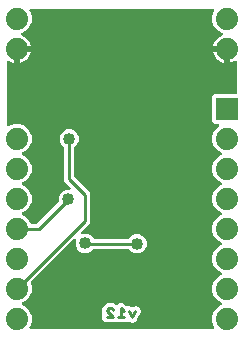
<source format=gbr>
G04 EAGLE Gerber RS-274X export*
G75*
%MOMM*%
%FSLAX34Y34*%
%LPD*%
%INBottom Copper*%
%IPPOS*%
%AMOC8*
5,1,8,0,0,1.08239X$1,22.5*%
G01*
%ADD10C,0.254000*%
%ADD11R,1.879600X1.879600*%
%ADD12C,1.879600*%
%ADD13C,1.016000*%

G36*
X178649Y4325D02*
X178649Y4325D01*
X178699Y4323D01*
X178806Y4345D01*
X178915Y4359D01*
X178961Y4377D01*
X179010Y4387D01*
X179109Y4435D01*
X179211Y4476D01*
X179251Y4505D01*
X179296Y4527D01*
X179380Y4598D01*
X179468Y4662D01*
X179500Y4701D01*
X179538Y4733D01*
X179601Y4823D01*
X179671Y4907D01*
X179692Y4952D01*
X179721Y4993D01*
X179760Y5096D01*
X179807Y5195D01*
X179816Y5244D01*
X179834Y5290D01*
X179846Y5400D01*
X179867Y5507D01*
X179863Y5557D01*
X179869Y5606D01*
X179854Y5715D01*
X179847Y5825D01*
X179831Y5872D01*
X179825Y5921D01*
X179772Y6074D01*
X178053Y10224D01*
X178053Y15176D01*
X179948Y19750D01*
X183450Y23252D01*
X185805Y24227D01*
X185925Y24296D01*
X186048Y24361D01*
X186063Y24375D01*
X186081Y24385D01*
X186181Y24482D01*
X186284Y24575D01*
X186295Y24592D01*
X186309Y24606D01*
X186382Y24725D01*
X186458Y24841D01*
X186465Y24860D01*
X186476Y24877D01*
X186516Y25010D01*
X186562Y25142D01*
X186563Y25162D01*
X186569Y25181D01*
X186576Y25320D01*
X186587Y25459D01*
X186583Y25479D01*
X186584Y25499D01*
X186556Y25635D01*
X186532Y25772D01*
X186524Y25791D01*
X186520Y25810D01*
X186459Y25936D01*
X186402Y26062D01*
X186389Y26078D01*
X186380Y26096D01*
X186290Y26202D01*
X186203Y26310D01*
X186187Y26323D01*
X186174Y26338D01*
X186060Y26418D01*
X185949Y26502D01*
X185924Y26514D01*
X185914Y26521D01*
X185895Y26528D01*
X185805Y26573D01*
X183450Y27548D01*
X179948Y31050D01*
X178053Y35624D01*
X178053Y40576D01*
X179948Y45150D01*
X183450Y48652D01*
X185805Y49627D01*
X185925Y49696D01*
X186048Y49761D01*
X186063Y49775D01*
X186081Y49785D01*
X186181Y49882D01*
X186284Y49975D01*
X186295Y49992D01*
X186309Y50006D01*
X186382Y50125D01*
X186458Y50241D01*
X186465Y50260D01*
X186476Y50277D01*
X186516Y50410D01*
X186562Y50542D01*
X186563Y50562D01*
X186569Y50581D01*
X186576Y50720D01*
X186587Y50859D01*
X186583Y50879D01*
X186584Y50899D01*
X186556Y51035D01*
X186532Y51172D01*
X186524Y51191D01*
X186520Y51210D01*
X186459Y51336D01*
X186402Y51462D01*
X186389Y51478D01*
X186380Y51496D01*
X186290Y51602D01*
X186203Y51710D01*
X186187Y51723D01*
X186174Y51738D01*
X186060Y51818D01*
X185949Y51902D01*
X185924Y51914D01*
X185914Y51921D01*
X185895Y51928D01*
X185805Y51973D01*
X183450Y52948D01*
X179948Y56450D01*
X178053Y61024D01*
X178053Y65976D01*
X179948Y70550D01*
X183450Y74052D01*
X185805Y75027D01*
X185925Y75096D01*
X186048Y75161D01*
X186063Y75175D01*
X186081Y75185D01*
X186181Y75282D01*
X186284Y75375D01*
X186295Y75392D01*
X186309Y75406D01*
X186382Y75525D01*
X186458Y75641D01*
X186465Y75660D01*
X186476Y75677D01*
X186516Y75810D01*
X186562Y75942D01*
X186563Y75962D01*
X186569Y75981D01*
X186576Y76120D01*
X186587Y76259D01*
X186583Y76279D01*
X186584Y76299D01*
X186556Y76435D01*
X186532Y76572D01*
X186524Y76591D01*
X186520Y76610D01*
X186459Y76736D01*
X186402Y76862D01*
X186389Y76878D01*
X186380Y76896D01*
X186290Y77002D01*
X186203Y77110D01*
X186187Y77123D01*
X186174Y77138D01*
X186060Y77218D01*
X185949Y77302D01*
X185924Y77314D01*
X185914Y77321D01*
X185895Y77328D01*
X185805Y77373D01*
X183450Y78348D01*
X179948Y81850D01*
X178053Y86424D01*
X178053Y91376D01*
X179948Y95950D01*
X183450Y99452D01*
X185805Y100427D01*
X185925Y100496D01*
X186048Y100561D01*
X186063Y100575D01*
X186081Y100585D01*
X186181Y100682D01*
X186284Y100775D01*
X186295Y100792D01*
X186309Y100806D01*
X186382Y100925D01*
X186458Y101041D01*
X186465Y101060D01*
X186476Y101077D01*
X186516Y101210D01*
X186562Y101342D01*
X186563Y101362D01*
X186569Y101381D01*
X186576Y101520D01*
X186587Y101659D01*
X186583Y101679D01*
X186584Y101699D01*
X186556Y101835D01*
X186532Y101972D01*
X186524Y101991D01*
X186520Y102010D01*
X186459Y102136D01*
X186402Y102262D01*
X186389Y102278D01*
X186380Y102296D01*
X186290Y102402D01*
X186203Y102510D01*
X186187Y102523D01*
X186174Y102538D01*
X186060Y102618D01*
X185949Y102702D01*
X185924Y102714D01*
X185914Y102721D01*
X185895Y102728D01*
X185805Y102773D01*
X183450Y103748D01*
X179948Y107250D01*
X178053Y111824D01*
X178053Y116776D01*
X179948Y121350D01*
X183450Y124852D01*
X185805Y125827D01*
X185925Y125896D01*
X186048Y125961D01*
X186063Y125975D01*
X186081Y125985D01*
X186181Y126082D01*
X186284Y126175D01*
X186295Y126192D01*
X186309Y126206D01*
X186382Y126325D01*
X186458Y126441D01*
X186465Y126460D01*
X186476Y126477D01*
X186516Y126610D01*
X186562Y126742D01*
X186563Y126762D01*
X186569Y126781D01*
X186576Y126920D01*
X186587Y127059D01*
X186583Y127079D01*
X186584Y127099D01*
X186556Y127235D01*
X186532Y127372D01*
X186524Y127391D01*
X186520Y127410D01*
X186459Y127536D01*
X186402Y127662D01*
X186389Y127678D01*
X186380Y127696D01*
X186290Y127802D01*
X186203Y127910D01*
X186187Y127923D01*
X186174Y127938D01*
X186060Y128018D01*
X185949Y128102D01*
X185924Y128114D01*
X185914Y128121D01*
X185895Y128128D01*
X185805Y128173D01*
X183450Y129148D01*
X179948Y132650D01*
X178053Y137224D01*
X178053Y142176D01*
X179948Y146750D01*
X183450Y150252D01*
X185805Y151227D01*
X185925Y151296D01*
X186048Y151361D01*
X186063Y151375D01*
X186081Y151385D01*
X186181Y151482D01*
X186284Y151575D01*
X186295Y151592D01*
X186309Y151606D01*
X186382Y151725D01*
X186458Y151841D01*
X186465Y151860D01*
X186476Y151877D01*
X186516Y152010D01*
X186562Y152142D01*
X186563Y152162D01*
X186569Y152181D01*
X186576Y152320D01*
X186587Y152459D01*
X186583Y152479D01*
X186584Y152499D01*
X186556Y152635D01*
X186532Y152772D01*
X186524Y152791D01*
X186520Y152810D01*
X186459Y152936D01*
X186402Y153062D01*
X186389Y153078D01*
X186380Y153096D01*
X186290Y153202D01*
X186203Y153310D01*
X186187Y153323D01*
X186174Y153338D01*
X186060Y153418D01*
X185949Y153502D01*
X185924Y153514D01*
X185914Y153521D01*
X185895Y153528D01*
X185805Y153573D01*
X183450Y154548D01*
X179948Y158050D01*
X178053Y162624D01*
X178053Y167576D01*
X179948Y172150D01*
X183464Y175666D01*
X183477Y175672D01*
X183550Y175724D01*
X183628Y175769D01*
X183678Y175817D01*
X183735Y175858D01*
X183792Y175928D01*
X183856Y175990D01*
X183893Y176050D01*
X183938Y176103D01*
X183976Y176185D01*
X184023Y176261D01*
X184043Y176328D01*
X184073Y176391D01*
X184090Y176479D01*
X184116Y176565D01*
X184120Y176635D01*
X184133Y176704D01*
X184127Y176793D01*
X184132Y176883D01*
X184117Y176951D01*
X184113Y177021D01*
X184085Y177106D01*
X184067Y177194D01*
X184037Y177257D01*
X184015Y177323D01*
X183967Y177399D01*
X183928Y177480D01*
X183882Y177533D01*
X183845Y177592D01*
X183780Y177654D01*
X183721Y177722D01*
X183664Y177762D01*
X183613Y177810D01*
X183535Y177853D01*
X183461Y177905D01*
X183396Y177930D01*
X183335Y177964D01*
X183248Y177986D01*
X183164Y178018D01*
X183094Y178026D01*
X183027Y178043D01*
X182866Y178053D01*
X179839Y178053D01*
X178053Y179839D01*
X178053Y201161D01*
X179839Y202947D01*
X197612Y202947D01*
X197730Y202962D01*
X197849Y202969D01*
X197887Y202982D01*
X197928Y202987D01*
X198038Y203030D01*
X198151Y203067D01*
X198186Y203089D01*
X198223Y203104D01*
X198319Y203173D01*
X198420Y203237D01*
X198448Y203267D01*
X198481Y203290D01*
X198557Y203382D01*
X198638Y203469D01*
X198658Y203504D01*
X198683Y203535D01*
X198734Y203643D01*
X198792Y203747D01*
X198802Y203787D01*
X198819Y203823D01*
X198841Y203940D01*
X198871Y204055D01*
X198875Y204115D01*
X198879Y204135D01*
X198877Y204156D01*
X198881Y204216D01*
X198881Y230141D01*
X198876Y230181D01*
X198879Y230221D01*
X198856Y230338D01*
X198841Y230457D01*
X198827Y230494D01*
X198819Y230533D01*
X198768Y230641D01*
X198724Y230752D01*
X198701Y230785D01*
X198684Y230821D01*
X198608Y230913D01*
X198538Y231010D01*
X198507Y231035D01*
X198481Y231066D01*
X198385Y231136D01*
X198293Y231213D01*
X198256Y231230D01*
X198224Y231253D01*
X198113Y231297D01*
X198005Y231348D01*
X197966Y231356D01*
X197929Y231370D01*
X197810Y231385D01*
X197693Y231408D01*
X197653Y231405D01*
X197613Y231410D01*
X197494Y231396D01*
X197375Y231388D01*
X197337Y231376D01*
X197298Y231371D01*
X197186Y231327D01*
X197073Y231290D01*
X197039Y231269D01*
X197002Y231254D01*
X196866Y231168D01*
X196757Y231089D01*
X195083Y230236D01*
X193296Y229655D01*
X193039Y229615D01*
X193039Y240030D01*
X193024Y240148D01*
X193017Y240267D01*
X193004Y240305D01*
X192999Y240345D01*
X192956Y240456D01*
X192919Y240569D01*
X192897Y240603D01*
X192882Y240641D01*
X192812Y240737D01*
X192749Y240838D01*
X192719Y240866D01*
X192695Y240898D01*
X192604Y240974D01*
X192517Y241056D01*
X192482Y241075D01*
X192451Y241101D01*
X192343Y241152D01*
X192239Y241209D01*
X192199Y241220D01*
X192163Y241237D01*
X192046Y241259D01*
X191931Y241289D01*
X191870Y241293D01*
X191850Y241297D01*
X191830Y241295D01*
X191770Y241299D01*
X190499Y241299D01*
X190499Y242570D01*
X190484Y242688D01*
X190477Y242807D01*
X190464Y242845D01*
X190459Y242885D01*
X190415Y242996D01*
X190379Y243109D01*
X190357Y243144D01*
X190342Y243181D01*
X190272Y243277D01*
X190209Y243378D01*
X190179Y243406D01*
X190155Y243439D01*
X190064Y243514D01*
X189977Y243596D01*
X189942Y243616D01*
X189910Y243641D01*
X189803Y243692D01*
X189698Y243750D01*
X189659Y243760D01*
X189623Y243777D01*
X189506Y243799D01*
X189391Y243829D01*
X189330Y243833D01*
X189310Y243837D01*
X189290Y243835D01*
X189230Y243839D01*
X178815Y243839D01*
X178855Y244096D01*
X179436Y245883D01*
X180289Y247557D01*
X181394Y249078D01*
X182722Y250406D01*
X184243Y251511D01*
X185917Y252364D01*
X186382Y252515D01*
X186409Y252528D01*
X186438Y252535D01*
X186553Y252595D01*
X186670Y252650D01*
X186693Y252669D01*
X186719Y252683D01*
X186815Y252771D01*
X186915Y252853D01*
X186932Y252877D01*
X186954Y252897D01*
X187026Y253006D01*
X187102Y253110D01*
X187113Y253138D01*
X187129Y253163D01*
X187171Y253286D01*
X187219Y253406D01*
X187223Y253436D01*
X187232Y253464D01*
X187243Y253593D01*
X187259Y253721D01*
X187255Y253751D01*
X187258Y253781D01*
X187235Y253909D01*
X187219Y254037D01*
X187208Y254065D01*
X187203Y254094D01*
X187150Y254212D01*
X187102Y254333D01*
X187085Y254357D01*
X187073Y254384D01*
X186992Y254485D01*
X186916Y254590D01*
X186893Y254609D01*
X186874Y254633D01*
X186771Y254710D01*
X186671Y254793D01*
X186644Y254806D01*
X186620Y254824D01*
X186475Y254895D01*
X183450Y256148D01*
X179948Y259650D01*
X178053Y264224D01*
X178053Y269176D01*
X179772Y273326D01*
X179786Y273374D01*
X179807Y273419D01*
X179827Y273527D01*
X179856Y273633D01*
X179857Y273683D01*
X179867Y273732D01*
X179860Y273841D01*
X179861Y273951D01*
X179850Y273999D01*
X179847Y274049D01*
X179813Y274153D01*
X179787Y274260D01*
X179764Y274304D01*
X179749Y274351D01*
X179690Y274444D01*
X179639Y274541D01*
X179605Y274578D01*
X179579Y274620D01*
X179498Y274695D01*
X179425Y274777D01*
X179383Y274804D01*
X179347Y274838D01*
X179251Y274891D01*
X179159Y274951D01*
X179112Y274968D01*
X179068Y274992D01*
X178962Y275019D01*
X178858Y275055D01*
X178809Y275059D01*
X178761Y275071D01*
X178600Y275081D01*
X24600Y275081D01*
X24551Y275075D01*
X24501Y275077D01*
X24394Y275055D01*
X24285Y275041D01*
X24239Y275023D01*
X24190Y275013D01*
X24091Y274965D01*
X23989Y274924D01*
X23949Y274895D01*
X23904Y274873D01*
X23820Y274802D01*
X23732Y274738D01*
X23700Y274699D01*
X23662Y274667D01*
X23599Y274577D01*
X23529Y274493D01*
X23508Y274448D01*
X23479Y274407D01*
X23440Y274304D01*
X23393Y274205D01*
X23384Y274156D01*
X23366Y274110D01*
X23354Y274000D01*
X23333Y273893D01*
X23337Y273843D01*
X23331Y273794D01*
X23346Y273685D01*
X23353Y273575D01*
X23369Y273528D01*
X23375Y273479D01*
X23428Y273326D01*
X25147Y269176D01*
X25147Y264224D01*
X23252Y259650D01*
X19750Y256148D01*
X16725Y254895D01*
X16699Y254880D01*
X16670Y254871D01*
X16561Y254801D01*
X16448Y254737D01*
X16427Y254716D01*
X16402Y254700D01*
X16313Y254606D01*
X16220Y254516D01*
X16204Y254490D01*
X16184Y254469D01*
X16121Y254355D01*
X16054Y254245D01*
X16045Y254216D01*
X16031Y254190D01*
X15998Y254065D01*
X15960Y253941D01*
X15959Y253911D01*
X15951Y253882D01*
X15951Y253752D01*
X15945Y253623D01*
X15951Y253594D01*
X15951Y253564D01*
X15983Y253439D01*
X16009Y253312D01*
X16022Y253285D01*
X16030Y253256D01*
X16092Y253143D01*
X16149Y253026D01*
X16168Y253003D01*
X16183Y252977D01*
X16271Y252883D01*
X16355Y252784D01*
X16380Y252767D01*
X16400Y252745D01*
X16509Y252676D01*
X16615Y252601D01*
X16643Y252590D01*
X16669Y252574D01*
X16818Y252515D01*
X17283Y252364D01*
X18957Y251511D01*
X20478Y250406D01*
X21806Y249078D01*
X22911Y247557D01*
X23764Y245883D01*
X24345Y244096D01*
X24385Y243839D01*
X13970Y243839D01*
X13852Y243824D01*
X13733Y243817D01*
X13695Y243804D01*
X13655Y243799D01*
X13544Y243756D01*
X13431Y243719D01*
X13397Y243697D01*
X13359Y243682D01*
X13263Y243612D01*
X13162Y243549D01*
X13134Y243519D01*
X13102Y243495D01*
X13026Y243404D01*
X12944Y243317D01*
X12925Y243282D01*
X12899Y243251D01*
X12848Y243143D01*
X12791Y243039D01*
X12780Y242999D01*
X12763Y242963D01*
X12741Y242846D01*
X12711Y242731D01*
X12707Y242670D01*
X12703Y242650D01*
X12705Y242630D01*
X12701Y242570D01*
X12701Y241299D01*
X11430Y241299D01*
X11312Y241284D01*
X11193Y241277D01*
X11155Y241264D01*
X11114Y241259D01*
X11004Y241215D01*
X10891Y241179D01*
X10856Y241157D01*
X10819Y241142D01*
X10723Y241072D01*
X10622Y241009D01*
X10594Y240979D01*
X10561Y240955D01*
X10486Y240864D01*
X10404Y240777D01*
X10384Y240742D01*
X10359Y240710D01*
X10308Y240603D01*
X10250Y240498D01*
X10240Y240459D01*
X10223Y240423D01*
X10201Y240306D01*
X10171Y240191D01*
X10167Y240130D01*
X10163Y240110D01*
X10165Y240090D01*
X10161Y240030D01*
X10161Y229615D01*
X9904Y229655D01*
X8117Y230236D01*
X6443Y231089D01*
X6334Y231168D01*
X6299Y231187D01*
X6269Y231213D01*
X6160Y231264D01*
X6056Y231321D01*
X6017Y231331D01*
X5981Y231348D01*
X5864Y231371D01*
X5747Y231400D01*
X5708Y231400D01*
X5668Y231408D01*
X5549Y231400D01*
X5429Y231401D01*
X5391Y231391D01*
X5351Y231388D01*
X5237Y231351D01*
X5121Y231322D01*
X5086Y231302D01*
X5049Y231290D01*
X4948Y231226D01*
X4843Y231169D01*
X4814Y231141D01*
X4780Y231120D01*
X4698Y231033D01*
X4611Y230951D01*
X4589Y230917D01*
X4562Y230888D01*
X4504Y230784D01*
X4440Y230683D01*
X4428Y230645D01*
X4408Y230610D01*
X4379Y230494D01*
X4341Y230380D01*
X4339Y230340D01*
X4329Y230302D01*
X4319Y230141D01*
X4319Y177000D01*
X4325Y176951D01*
X4323Y176901D01*
X4345Y176794D01*
X4359Y176685D01*
X4377Y176639D01*
X4387Y176590D01*
X4435Y176491D01*
X4476Y176389D01*
X4505Y176349D01*
X4527Y176304D01*
X4598Y176220D01*
X4662Y176132D01*
X4701Y176100D01*
X4733Y176062D01*
X4823Y175999D01*
X4907Y175929D01*
X4952Y175908D01*
X4993Y175879D01*
X5096Y175840D01*
X5195Y175793D01*
X5244Y175784D01*
X5290Y175766D01*
X5400Y175754D01*
X5507Y175733D01*
X5557Y175737D01*
X5606Y175731D01*
X5715Y175746D01*
X5825Y175753D01*
X5872Y175769D01*
X5921Y175775D01*
X6074Y175828D01*
X10224Y177547D01*
X15176Y177547D01*
X19750Y175652D01*
X23252Y172150D01*
X25147Y167576D01*
X25147Y162624D01*
X23252Y158050D01*
X19750Y154548D01*
X17395Y153573D01*
X17275Y153504D01*
X17152Y153439D01*
X17137Y153425D01*
X17119Y153415D01*
X17019Y153318D01*
X16916Y153225D01*
X16905Y153208D01*
X16891Y153194D01*
X16818Y153076D01*
X16742Y152959D01*
X16735Y152940D01*
X16724Y152923D01*
X16684Y152790D01*
X16638Y152658D01*
X16637Y152638D01*
X16631Y152619D01*
X16624Y152480D01*
X16613Y152341D01*
X16617Y152321D01*
X16616Y152301D01*
X16644Y152165D01*
X16668Y152028D01*
X16676Y152009D01*
X16680Y151990D01*
X16741Y151865D01*
X16798Y151738D01*
X16811Y151722D01*
X16820Y151704D01*
X16910Y151598D01*
X16997Y151490D01*
X17013Y151477D01*
X17026Y151462D01*
X17140Y151382D01*
X17251Y151298D01*
X17276Y151286D01*
X17286Y151279D01*
X17305Y151272D01*
X17395Y151227D01*
X19750Y150252D01*
X23252Y146750D01*
X25147Y142176D01*
X25147Y137224D01*
X23252Y132650D01*
X19750Y129148D01*
X17395Y128173D01*
X17275Y128104D01*
X17152Y128039D01*
X17137Y128025D01*
X17119Y128015D01*
X17019Y127918D01*
X16916Y127825D01*
X16905Y127808D01*
X16891Y127794D01*
X16818Y127676D01*
X16742Y127559D01*
X16735Y127540D01*
X16724Y127523D01*
X16684Y127390D01*
X16638Y127258D01*
X16637Y127238D01*
X16631Y127219D01*
X16624Y127080D01*
X16613Y126941D01*
X16617Y126921D01*
X16616Y126901D01*
X16644Y126765D01*
X16668Y126628D01*
X16676Y126609D01*
X16680Y126590D01*
X16741Y126465D01*
X16798Y126338D01*
X16811Y126322D01*
X16820Y126304D01*
X16910Y126198D01*
X16997Y126090D01*
X17013Y126077D01*
X17026Y126062D01*
X17140Y125982D01*
X17251Y125898D01*
X17276Y125886D01*
X17286Y125879D01*
X17305Y125872D01*
X17395Y125827D01*
X19750Y124852D01*
X23252Y121350D01*
X25147Y116776D01*
X25147Y111824D01*
X23252Y107250D01*
X19750Y103748D01*
X17395Y102773D01*
X17275Y102704D01*
X17152Y102639D01*
X17137Y102625D01*
X17119Y102615D01*
X17019Y102518D01*
X16916Y102425D01*
X16905Y102408D01*
X16891Y102394D01*
X16818Y102276D01*
X16742Y102159D01*
X16735Y102140D01*
X16724Y102123D01*
X16684Y101990D01*
X16638Y101858D01*
X16637Y101838D01*
X16631Y101819D01*
X16624Y101680D01*
X16613Y101541D01*
X16617Y101521D01*
X16616Y101501D01*
X16644Y101365D01*
X16668Y101228D01*
X16676Y101209D01*
X16680Y101190D01*
X16741Y101065D01*
X16798Y100938D01*
X16811Y100922D01*
X16820Y100904D01*
X16910Y100798D01*
X16997Y100690D01*
X17013Y100677D01*
X17026Y100662D01*
X17140Y100582D01*
X17251Y100498D01*
X17276Y100486D01*
X17286Y100479D01*
X17305Y100472D01*
X17395Y100427D01*
X19750Y99452D01*
X23252Y95950D01*
X24048Y94028D01*
X24063Y94002D01*
X24072Y93974D01*
X24141Y93864D01*
X24206Y93751D01*
X24226Y93730D01*
X24242Y93705D01*
X24337Y93616D01*
X24427Y93523D01*
X24452Y93508D01*
X24474Y93487D01*
X24588Y93425D01*
X24698Y93357D01*
X24726Y93348D01*
X24752Y93334D01*
X24878Y93301D01*
X25002Y93263D01*
X25032Y93262D01*
X25060Y93254D01*
X25221Y93244D01*
X29308Y93244D01*
X29407Y93257D01*
X29506Y93260D01*
X29564Y93276D01*
X29624Y93284D01*
X29716Y93320D01*
X29811Y93348D01*
X29863Y93379D01*
X29920Y93401D01*
X30000Y93459D01*
X30085Y93509D01*
X30160Y93576D01*
X30177Y93588D01*
X30185Y93597D01*
X30206Y93616D01*
X47811Y111221D01*
X47872Y111300D01*
X47940Y111372D01*
X47969Y111425D01*
X48006Y111473D01*
X48046Y111564D01*
X48093Y111650D01*
X48109Y111709D01*
X48133Y111764D01*
X48148Y111862D01*
X48173Y111958D01*
X48179Y112058D01*
X48182Y112079D01*
X48181Y112091D01*
X48183Y112119D01*
X48183Y115358D01*
X49421Y118346D01*
X51707Y120632D01*
X54695Y121870D01*
X56994Y121870D01*
X57132Y121887D01*
X57271Y121900D01*
X57290Y121907D01*
X57310Y121910D01*
X57439Y121961D01*
X57570Y122008D01*
X57587Y122019D01*
X57606Y122027D01*
X57718Y122108D01*
X57833Y122187D01*
X57847Y122202D01*
X57863Y122214D01*
X57952Y122321D01*
X58044Y122425D01*
X58053Y122443D01*
X58066Y122459D01*
X58125Y122584D01*
X58188Y122708D01*
X58193Y122728D01*
X58201Y122746D01*
X58227Y122883D01*
X58258Y123019D01*
X58257Y123039D01*
X58261Y123059D01*
X58252Y123197D01*
X58248Y123336D01*
X58243Y123356D01*
X58241Y123376D01*
X58199Y123508D01*
X58160Y123642D01*
X58150Y123659D01*
X58143Y123679D01*
X58069Y123796D01*
X57998Y123916D01*
X57980Y123937D01*
X57973Y123947D01*
X57958Y123961D01*
X57892Y124037D01*
X52603Y129326D01*
X52603Y157219D01*
X52590Y157318D01*
X52587Y157417D01*
X52570Y157475D01*
X52563Y157535D01*
X52526Y157627D01*
X52499Y157722D01*
X52468Y157774D01*
X52446Y157831D01*
X52388Y157911D01*
X52337Y157996D01*
X52271Y158071D01*
X52259Y158088D01*
X52250Y158096D01*
X52231Y158117D01*
X50030Y160318D01*
X48793Y163305D01*
X48793Y166539D01*
X50030Y169527D01*
X52317Y171813D01*
X55304Y173051D01*
X58538Y173051D01*
X61526Y171813D01*
X63813Y169527D01*
X65050Y166539D01*
X65050Y163305D01*
X63813Y160318D01*
X61612Y158117D01*
X61551Y158039D01*
X61483Y157967D01*
X61454Y157914D01*
X61417Y157866D01*
X61378Y157775D01*
X61330Y157688D01*
X61315Y157629D01*
X61291Y157574D01*
X61275Y157476D01*
X61250Y157380D01*
X61244Y157280D01*
X61241Y157260D01*
X61242Y157247D01*
X61240Y157219D01*
X61240Y133429D01*
X61253Y133331D01*
X61256Y133232D01*
X61272Y133174D01*
X61280Y133114D01*
X61316Y133022D01*
X61344Y132927D01*
X61375Y132875D01*
X61397Y132818D01*
X61455Y132738D01*
X61505Y132653D01*
X61572Y132577D01*
X61584Y132561D01*
X61593Y132553D01*
X61612Y132532D01*
X74499Y119645D01*
X74499Y93791D01*
X67295Y86587D01*
X67252Y86532D01*
X67202Y86483D01*
X67155Y86407D01*
X67100Y86336D01*
X67072Y86272D01*
X67036Y86212D01*
X67009Y86127D01*
X66973Y86044D01*
X66963Y85975D01*
X66942Y85908D01*
X66938Y85819D01*
X66924Y85730D01*
X66930Y85660D01*
X66927Y85591D01*
X66945Y85503D01*
X66953Y85413D01*
X66977Y85348D01*
X66991Y85279D01*
X67031Y85199D01*
X67061Y85114D01*
X67100Y85056D01*
X67131Y84994D01*
X67189Y84925D01*
X67240Y84851D01*
X67292Y84805D01*
X67337Y84752D01*
X67411Y84700D01*
X67478Y84640D01*
X67540Y84609D01*
X67597Y84569D01*
X67681Y84537D01*
X67761Y84496D01*
X67829Y84481D01*
X67895Y84456D01*
X67984Y84446D01*
X68072Y84426D01*
X68141Y84428D01*
X68211Y84421D01*
X68300Y84433D01*
X68389Y84436D01*
X68457Y84455D01*
X68526Y84465D01*
X68678Y84517D01*
X69021Y84659D01*
X72254Y84659D01*
X75242Y83421D01*
X77589Y81074D01*
X77617Y81026D01*
X77637Y81005D01*
X77653Y80980D01*
X77748Y80891D01*
X77838Y80798D01*
X77863Y80782D01*
X77885Y80762D01*
X77998Y80699D01*
X78109Y80631D01*
X78137Y80623D01*
X78163Y80608D01*
X78289Y80576D01*
X78413Y80538D01*
X78443Y80536D01*
X78471Y80529D01*
X78632Y80519D01*
X106597Y80519D01*
X106695Y80531D01*
X106794Y80534D01*
X106853Y80551D01*
X106913Y80559D01*
X107005Y80595D01*
X107100Y80623D01*
X107152Y80653D01*
X107208Y80676D01*
X107288Y80734D01*
X107374Y80784D01*
X107449Y80850D01*
X107466Y80862D01*
X107474Y80872D01*
X107495Y80890D01*
X109695Y83091D01*
X112683Y84329D01*
X115917Y84329D01*
X118905Y83091D01*
X121191Y80805D01*
X122429Y77817D01*
X122429Y74583D01*
X121191Y71595D01*
X118905Y69309D01*
X115917Y68071D01*
X112683Y68071D01*
X109695Y69309D01*
X107495Y71510D01*
X107416Y71570D01*
X107344Y71638D01*
X107291Y71667D01*
X107243Y71704D01*
X107152Y71744D01*
X107066Y71792D01*
X107007Y71807D01*
X106952Y71831D01*
X106854Y71846D01*
X106758Y71871D01*
X106658Y71877D01*
X106637Y71881D01*
X106625Y71879D01*
X106597Y71881D01*
X78010Y71881D01*
X77912Y71869D01*
X77813Y71866D01*
X77755Y71849D01*
X77694Y71841D01*
X77602Y71805D01*
X77507Y71777D01*
X77455Y71747D01*
X77399Y71724D01*
X77319Y71666D01*
X77233Y71616D01*
X77158Y71550D01*
X77141Y71538D01*
X77134Y71528D01*
X77113Y71510D01*
X75242Y69639D01*
X72254Y68401D01*
X69020Y68401D01*
X66033Y69639D01*
X63746Y71926D01*
X62509Y74913D01*
X62509Y78147D01*
X62651Y78490D01*
X62669Y78557D01*
X62697Y78621D01*
X62711Y78710D01*
X62734Y78796D01*
X62736Y78866D01*
X62747Y78935D01*
X62738Y79025D01*
X62740Y79114D01*
X62723Y79182D01*
X62717Y79252D01*
X62686Y79336D01*
X62665Y79424D01*
X62633Y79485D01*
X62609Y79551D01*
X62559Y79625D01*
X62517Y79705D01*
X62470Y79756D01*
X62431Y79814D01*
X62363Y79874D01*
X62303Y79940D01*
X62244Y79978D01*
X62192Y80025D01*
X62112Y80065D01*
X62037Y80115D01*
X61971Y80137D01*
X61909Y80169D01*
X61821Y80189D01*
X61736Y80218D01*
X61667Y80224D01*
X61599Y80239D01*
X61509Y80236D01*
X61419Y80243D01*
X61350Y80231D01*
X61281Y80229D01*
X61194Y80204D01*
X61106Y80189D01*
X61042Y80160D01*
X60975Y80141D01*
X60898Y80095D01*
X60816Y80058D01*
X60761Y80015D01*
X60701Y79979D01*
X60580Y79873D01*
X24615Y43907D01*
X24597Y43884D01*
X24574Y43865D01*
X24499Y43759D01*
X24420Y43656D01*
X24408Y43629D01*
X24391Y43605D01*
X24345Y43483D01*
X24294Y43364D01*
X24289Y43335D01*
X24279Y43307D01*
X24264Y43178D01*
X24244Y43050D01*
X24247Y43021D01*
X24243Y42991D01*
X24261Y42863D01*
X24274Y42733D01*
X24284Y42706D01*
X24288Y42676D01*
X24340Y42524D01*
X25147Y40576D01*
X25147Y35624D01*
X23252Y31050D01*
X19750Y27548D01*
X17395Y26573D01*
X17275Y26504D01*
X17152Y26439D01*
X17137Y26425D01*
X17119Y26415D01*
X17019Y26318D01*
X16916Y26225D01*
X16905Y26208D01*
X16891Y26194D01*
X16818Y26076D01*
X16742Y25959D01*
X16735Y25940D01*
X16724Y25923D01*
X16684Y25790D01*
X16638Y25658D01*
X16637Y25638D01*
X16631Y25619D01*
X16624Y25480D01*
X16613Y25341D01*
X16617Y25321D01*
X16616Y25301D01*
X16644Y25165D01*
X16668Y25028D01*
X16676Y25009D01*
X16680Y24990D01*
X16741Y24865D01*
X16798Y24738D01*
X16811Y24722D01*
X16820Y24704D01*
X16910Y24598D01*
X16997Y24490D01*
X17013Y24477D01*
X17026Y24462D01*
X17140Y24382D01*
X17251Y24298D01*
X17276Y24286D01*
X17286Y24279D01*
X17305Y24272D01*
X17395Y24227D01*
X19750Y23252D01*
X23252Y19750D01*
X25147Y15176D01*
X25147Y10224D01*
X23428Y6074D01*
X23414Y6026D01*
X23393Y5981D01*
X23373Y5873D01*
X23344Y5767D01*
X23343Y5717D01*
X23333Y5668D01*
X23340Y5559D01*
X23339Y5449D01*
X23350Y5401D01*
X23353Y5351D01*
X23387Y5247D01*
X23413Y5140D01*
X23436Y5096D01*
X23451Y5049D01*
X23510Y4956D01*
X23561Y4859D01*
X23595Y4822D01*
X23621Y4780D01*
X23702Y4705D01*
X23775Y4623D01*
X23817Y4596D01*
X23853Y4562D01*
X23949Y4509D01*
X24041Y4449D01*
X24088Y4432D01*
X24132Y4408D01*
X24238Y4381D01*
X24342Y4345D01*
X24391Y4341D01*
X24439Y4329D01*
X24600Y4319D01*
X178600Y4319D01*
X178649Y4325D01*
G37*
%LPC*%
G36*
X110724Y9317D02*
X110724Y9317D01*
X110577Y9346D01*
X110568Y9345D01*
X110559Y9347D01*
X110411Y9337D01*
X110260Y9328D01*
X110251Y9326D01*
X110242Y9325D01*
X110163Y9304D01*
X108912Y9930D01*
X108903Y9933D01*
X108895Y9938D01*
X108745Y9998D01*
X107289Y10484D01*
X107147Y10512D01*
X107008Y10543D01*
X106992Y10543D01*
X106977Y10546D01*
X106834Y10538D01*
X106690Y10534D01*
X106675Y10529D01*
X106659Y10529D01*
X106523Y10485D01*
X106385Y10445D01*
X106371Y10437D01*
X106356Y10433D01*
X106234Y10357D01*
X106111Y10284D01*
X106094Y10270D01*
X106086Y10264D01*
X106073Y10251D01*
X105990Y10177D01*
X105464Y9651D01*
X87446Y9651D01*
X84917Y12181D01*
X84917Y15789D01*
X84924Y15798D01*
X84942Y15834D01*
X84967Y15866D01*
X85015Y15975D01*
X85069Y16081D01*
X85078Y16121D01*
X85094Y16158D01*
X85112Y16275D01*
X85138Y16392D01*
X85137Y16432D01*
X85143Y16472D01*
X85132Y16590D01*
X85129Y16709D01*
X85117Y16748D01*
X85114Y16788D01*
X85073Y16901D01*
X85040Y17015D01*
X85020Y17050D01*
X85006Y17088D01*
X84939Y17186D01*
X84917Y17225D01*
X84917Y22114D01*
X88717Y25915D01*
X90734Y25915D01*
X93072Y25915D01*
X94837Y25915D01*
X95618Y25134D01*
X96193Y24560D01*
X96287Y24486D01*
X96376Y24408D01*
X96412Y24389D01*
X96444Y24365D01*
X96554Y24317D01*
X96660Y24263D01*
X96699Y24254D01*
X96736Y24238D01*
X96854Y24220D01*
X96970Y24194D01*
X97010Y24195D01*
X97050Y24188D01*
X97169Y24200D01*
X97288Y24203D01*
X97327Y24214D01*
X97367Y24218D01*
X97479Y24259D01*
X97593Y24292D01*
X97628Y24312D01*
X97666Y24326D01*
X97765Y24393D01*
X97867Y24453D01*
X97912Y24493D01*
X97929Y24504D01*
X97943Y24520D01*
X97988Y24560D01*
X99344Y25915D01*
X102922Y25915D01*
X105304Y23532D01*
X105363Y23487D01*
X105415Y23434D01*
X105488Y23390D01*
X105556Y23338D01*
X105624Y23308D01*
X105688Y23269D01*
X105769Y23245D01*
X105847Y23211D01*
X105921Y23199D01*
X105992Y23178D01*
X106077Y23175D01*
X106162Y23161D01*
X106236Y23168D01*
X106310Y23165D01*
X106393Y23183D01*
X106478Y23191D01*
X106548Y23216D01*
X106621Y23232D01*
X106769Y23295D01*
X107614Y23717D01*
X110086Y22893D01*
X110095Y22891D01*
X110104Y22888D01*
X110250Y22861D01*
X110398Y22831D01*
X110407Y22832D01*
X110416Y22830D01*
X110566Y22840D01*
X110716Y22849D01*
X110725Y22851D01*
X110734Y22852D01*
X110889Y22893D01*
X113361Y23717D01*
X116561Y22117D01*
X117693Y18723D01*
X114528Y12394D01*
X114525Y12385D01*
X114520Y12377D01*
X114459Y12228D01*
X114015Y10895D01*
X113947Y10848D01*
X113821Y10763D01*
X113815Y10757D01*
X113807Y10752D01*
X113709Y10639D01*
X113609Y10527D01*
X113605Y10519D01*
X113599Y10512D01*
X113557Y10441D01*
X112230Y9999D01*
X112222Y9994D01*
X112212Y9992D01*
X112064Y9930D01*
X110808Y9301D01*
X110724Y9317D01*
G37*
%LPD*%
%LPC*%
G36*
X15239Y238761D02*
X15239Y238761D01*
X24385Y238761D01*
X24345Y238504D01*
X23764Y236717D01*
X22911Y235043D01*
X21806Y233522D01*
X20478Y232194D01*
X18957Y231089D01*
X17283Y230236D01*
X15496Y229655D01*
X15239Y229615D01*
X15239Y238761D01*
G37*
%LPD*%
%LPC*%
G36*
X187704Y229655D02*
X187704Y229655D01*
X185917Y230236D01*
X184243Y231089D01*
X182722Y232194D01*
X181394Y233522D01*
X180289Y235043D01*
X179436Y236717D01*
X178855Y238504D01*
X178815Y238761D01*
X187961Y238761D01*
X187961Y229615D01*
X187704Y229655D01*
G37*
%LPD*%
D10*
X113030Y19054D02*
X110488Y13970D01*
X107946Y19054D01*
X103675Y19054D02*
X101133Y21597D01*
X101133Y13970D01*
X103675Y13970D02*
X98590Y13970D01*
X94320Y13970D02*
X89235Y13970D01*
X89235Y19054D02*
X94320Y13970D01*
X89235Y19054D02*
X89235Y20325D01*
X90506Y21597D01*
X93049Y21597D01*
X94320Y20325D01*
D11*
X190500Y190500D03*
D12*
X190500Y165100D03*
X190500Y139700D03*
X190500Y114300D03*
X190500Y88900D03*
X190500Y63500D03*
X190500Y38100D03*
X190500Y12700D03*
X12700Y165100D03*
X12700Y139700D03*
X12700Y114300D03*
X12700Y88900D03*
X12700Y63500D03*
X12700Y38100D03*
X12700Y12700D03*
X190500Y241300D03*
X190500Y266700D03*
X12700Y266700D03*
X12700Y241300D03*
D13*
X87097Y140157D03*
X56921Y164922D03*
D10*
X12700Y38100D02*
X12827Y37973D01*
X56921Y131115D02*
X56921Y164922D01*
X56921Y131115D02*
X70180Y117856D01*
X70180Y95580D01*
X12700Y38100D01*
D13*
X56312Y113741D03*
D10*
X56312Y113614D01*
X31623Y88925D01*
X12725Y88925D01*
X12700Y88900D01*
D13*
X114300Y76200D03*
D10*
X70968Y76200D01*
X70637Y76530D01*
D13*
X70637Y76530D03*
M02*

</source>
